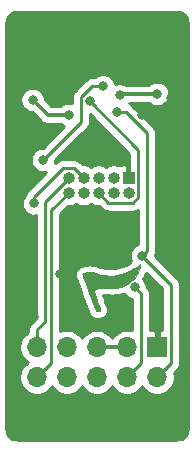
<source format=gbr>
%TF.GenerationSoftware,KiCad,Pcbnew,5.1.10*%
%TF.CreationDate,2021-08-08T15:42:29+02:00*%
%TF.ProjectId,debugconn,64656275-6763-46f6-9e6e-2e6b69636164,rev?*%
%TF.SameCoordinates,Original*%
%TF.FileFunction,Copper,L2,Bot*%
%TF.FilePolarity,Positive*%
%FSLAX46Y46*%
G04 Gerber Fmt 4.6, Leading zero omitted, Abs format (unit mm)*
G04 Created by KiCad (PCBNEW 5.1.10) date 2021-08-08 15:42:29*
%MOMM*%
%LPD*%
G01*
G04 APERTURE LIST*
%TA.AperFunction,EtchedComponent*%
%ADD10C,0.010000*%
%TD*%
%TA.AperFunction,ComponentPad*%
%ADD11O,1.000000X1.000000*%
%TD*%
%TA.AperFunction,ComponentPad*%
%ADD12R,1.000000X1.000000*%
%TD*%
%TA.AperFunction,ComponentPad*%
%ADD13O,1.700000X1.700000*%
%TD*%
%TA.AperFunction,ComponentPad*%
%ADD14R,1.700000X1.700000*%
%TD*%
%TA.AperFunction,ViaPad*%
%ADD15C,0.800000*%
%TD*%
%TA.AperFunction,Conductor*%
%ADD16C,0.250000*%
%TD*%
%TA.AperFunction,Conductor*%
%ADD17C,0.300000*%
%TD*%
%TA.AperFunction,Conductor*%
%ADD18C,0.254000*%
%TD*%
%TA.AperFunction,Conductor*%
%ADD19C,0.100000*%
%TD*%
G04 APERTURE END LIST*
D10*
%TO.C,G1*%
G36*
X159001608Y-82937316D02*
G01*
X158803426Y-83085447D01*
X158580094Y-83236009D01*
X158353260Y-83375088D01*
X158144573Y-83488768D01*
X158140729Y-83490689D01*
X157811180Y-83638138D01*
X157492889Y-83743181D01*
X157169117Y-83809690D01*
X156823123Y-83841532D01*
X156605111Y-83845638D01*
X156375853Y-83840776D01*
X156174647Y-83826146D01*
X155983774Y-83798886D01*
X155785519Y-83756133D01*
X155562165Y-83695024D01*
X155435172Y-83656577D01*
X155270095Y-83607231D01*
X155141427Y-83574120D01*
X155032537Y-83554167D01*
X154926798Y-83544294D01*
X154813000Y-83541444D01*
X154669648Y-83544305D01*
X154560275Y-83556707D01*
X154462733Y-83582222D01*
X154390053Y-83609623D01*
X154301635Y-83651539D01*
X154237654Y-83692552D01*
X154213284Y-83721224D01*
X154221231Y-83754812D01*
X154246868Y-83836613D01*
X154288526Y-83961816D01*
X154344535Y-84125615D01*
X154413224Y-84323199D01*
X154492925Y-84549762D01*
X154581966Y-84800494D01*
X154678677Y-85070588D01*
X154767106Y-85315778D01*
X155328748Y-86868000D01*
X155480096Y-86872390D01*
X155575535Y-86872457D01*
X155653123Y-86867805D01*
X155680833Y-86863265D01*
X155722739Y-86834766D01*
X155730222Y-86813698D01*
X155721502Y-86778928D01*
X155696793Y-86697468D01*
X155658276Y-86576065D01*
X155608129Y-86421471D01*
X155548531Y-86240434D01*
X155481661Y-86039704D01*
X155447316Y-85937435D01*
X155365646Y-85697023D01*
X155300429Y-85504668D01*
X155252182Y-85354280D01*
X155221424Y-85239765D01*
X155208670Y-85155034D01*
X155214440Y-85093995D01*
X155239251Y-85050556D01*
X155283621Y-85018627D01*
X155348067Y-84992115D01*
X155433107Y-84964930D01*
X155532667Y-84933191D01*
X155660105Y-84891968D01*
X155753723Y-84867360D01*
X155832794Y-84856823D01*
X155916593Y-84857815D01*
X156024392Y-84867792D01*
X156026556Y-84868025D01*
X156139929Y-84876932D01*
X156291666Y-84884155D01*
X156463698Y-84889056D01*
X156637952Y-84890996D01*
X156675667Y-84890959D01*
X156922381Y-84884619D01*
X157131042Y-84864989D01*
X157319235Y-84828301D01*
X157504543Y-84770785D01*
X157704550Y-84688673D01*
X157779175Y-84654412D01*
X158031130Y-84522919D01*
X158246684Y-84378347D01*
X158445869Y-84206373D01*
X158543333Y-84108005D01*
X158691736Y-83930199D01*
X158825794Y-83728590D01*
X158938586Y-83516715D01*
X159023188Y-83308113D01*
X159072678Y-83116323D01*
X159080218Y-83058000D01*
X159097993Y-82860444D01*
X159001608Y-82937316D01*
G37*
X159001608Y-82937316D02*
X158803426Y-83085447D01*
X158580094Y-83236009D01*
X158353260Y-83375088D01*
X158144573Y-83488768D01*
X158140729Y-83490689D01*
X157811180Y-83638138D01*
X157492889Y-83743181D01*
X157169117Y-83809690D01*
X156823123Y-83841532D01*
X156605111Y-83845638D01*
X156375853Y-83840776D01*
X156174647Y-83826146D01*
X155983774Y-83798886D01*
X155785519Y-83756133D01*
X155562165Y-83695024D01*
X155435172Y-83656577D01*
X155270095Y-83607231D01*
X155141427Y-83574120D01*
X155032537Y-83554167D01*
X154926798Y-83544294D01*
X154813000Y-83541444D01*
X154669648Y-83544305D01*
X154560275Y-83556707D01*
X154462733Y-83582222D01*
X154390053Y-83609623D01*
X154301635Y-83651539D01*
X154237654Y-83692552D01*
X154213284Y-83721224D01*
X154221231Y-83754812D01*
X154246868Y-83836613D01*
X154288526Y-83961816D01*
X154344535Y-84125615D01*
X154413224Y-84323199D01*
X154492925Y-84549762D01*
X154581966Y-84800494D01*
X154678677Y-85070588D01*
X154767106Y-85315778D01*
X155328748Y-86868000D01*
X155480096Y-86872390D01*
X155575535Y-86872457D01*
X155653123Y-86867805D01*
X155680833Y-86863265D01*
X155722739Y-86834766D01*
X155730222Y-86813698D01*
X155721502Y-86778928D01*
X155696793Y-86697468D01*
X155658276Y-86576065D01*
X155608129Y-86421471D01*
X155548531Y-86240434D01*
X155481661Y-86039704D01*
X155447316Y-85937435D01*
X155365646Y-85697023D01*
X155300429Y-85504668D01*
X155252182Y-85354280D01*
X155221424Y-85239765D01*
X155208670Y-85155034D01*
X155214440Y-85093995D01*
X155239251Y-85050556D01*
X155283621Y-85018627D01*
X155348067Y-84992115D01*
X155433107Y-84964930D01*
X155532667Y-84933191D01*
X155660105Y-84891968D01*
X155753723Y-84867360D01*
X155832794Y-84856823D01*
X155916593Y-84857815D01*
X156024392Y-84867792D01*
X156026556Y-84868025D01*
X156139929Y-84876932D01*
X156291666Y-84884155D01*
X156463698Y-84889056D01*
X156637952Y-84890996D01*
X156675667Y-84890959D01*
X156922381Y-84884619D01*
X157131042Y-84864989D01*
X157319235Y-84828301D01*
X157504543Y-84770785D01*
X157704550Y-84688673D01*
X157779175Y-84654412D01*
X158031130Y-84522919D01*
X158246684Y-84378347D01*
X158445869Y-84206373D01*
X158543333Y-84108005D01*
X158691736Y-83930199D01*
X158825794Y-83728590D01*
X158938586Y-83516715D01*
X159023188Y-83308113D01*
X159072678Y-83116323D01*
X159080218Y-83058000D01*
X159097993Y-82860444D01*
X159001608Y-82937316D01*
%TD*%
D11*
%TO.P,J2,10*%
%TO.N,/~RESET~*%
X153035000Y-76835000D03*
%TO.P,J2,9*%
%TO.N,/UNK2_GNDdetect*%
X153035000Y-75565000D03*
%TO.P,J2,8*%
%TO.N,/TDI*%
X154305000Y-76835000D03*
%TO.P,J2,7*%
%TO.N,/UNK1_KEY*%
X154305000Y-75565000D03*
%TO.P,J2,6*%
%TO.N,/SWO_TDO*%
X155575000Y-76835000D03*
%TO.P,J2,5*%
%TO.N,/GND*%
X155575000Y-75565000D03*
%TO.P,J2,4*%
%TO.N,/SWCLK_TCK*%
X156845000Y-76835000D03*
%TO.P,J2,3*%
%TO.N,/GND*%
X156845000Y-75565000D03*
%TO.P,J2,2*%
%TO.N,/SWDIO_TMS*%
X158115000Y-76835000D03*
D12*
%TO.P,J2,1*%
%TO.N,/VCC*%
X158115000Y-75565000D03*
%TD*%
D13*
%TO.P,J1,10*%
%TO.N,/~RESET~*%
X150368000Y-92456000D03*
%TO.P,J1,9*%
%TO.N,/UNK2_GNDdetect*%
X150368000Y-89916000D03*
%TO.P,J1,8*%
%TO.N,/TDI*%
X152908000Y-92456000D03*
%TO.P,J1,7*%
%TO.N,/UNK1_KEY*%
X152908000Y-89916000D03*
%TO.P,J1,6*%
%TO.N,/SWO_TDO*%
X155448000Y-92456000D03*
%TO.P,J1,5*%
%TO.N,/GND*%
X155448000Y-89916000D03*
%TO.P,J1,4*%
%TO.N,/SWCLK_TCK*%
X157988000Y-92456000D03*
%TO.P,J1,3*%
%TO.N,/GND*%
X157988000Y-89916000D03*
%TO.P,J1,2*%
%TO.N,/SWDIO_TMS*%
X160528000Y-92456000D03*
D14*
%TO.P,J1,1*%
%TO.N,/VCC*%
X160528000Y-89916000D03*
%TD*%
D15*
%TO.N,/VCC*%
X152273000Y-83693000D03*
%TO.N,/GND*%
X157353000Y-68580000D03*
%TO.N,/SWDIO_TMS*%
X157099000Y-69977000D03*
%TO.N,/TDI*%
X150876000Y-74041000D03*
X155956000Y-67818000D03*
%TO.N,/UNK1_KEY*%
X150114000Y-77724000D03*
%TO.N,/SWO_TDO*%
X154813000Y-69088000D03*
%TO.N,/GND*%
X160528000Y-68453000D03*
X149987000Y-68961000D03*
%TO.N,/SWDIO_TMS*%
X159258000Y-82169000D03*
%TO.N,/VCC*%
X161671000Y-68834000D03*
X159258000Y-70231000D03*
%TO.N,/SWCLK_TCK*%
X158623000Y-84836000D03*
%TO.N,/VCC*%
X160147000Y-84836000D03*
X161798000Y-82296000D03*
X150114000Y-87376000D03*
%TO.N,/GND*%
X153035000Y-70231000D03*
%TD*%
D16*
%TO.N,/~RESET~*%
X153035000Y-76835000D02*
X151543001Y-78326999D01*
X151543001Y-91280999D02*
X151543001Y-78326999D01*
X150368000Y-92456000D02*
X151543001Y-91280999D01*
%TO.N,/UNK2_GNDdetect*%
X151003000Y-87757000D02*
X151003000Y-77597000D01*
X150368000Y-88392000D02*
X151003000Y-87757000D01*
X150368000Y-89916000D02*
X150368000Y-88392000D01*
X151003000Y-77597000D02*
X153035000Y-75565000D01*
%TO.N,/TDI*%
X154305000Y-76835000D02*
X154083001Y-77056999D01*
X153633001Y-71283999D02*
X150876000Y-74041000D01*
X155009998Y-67818000D02*
X155956000Y-67818000D01*
X154087999Y-68739999D02*
X155009998Y-67818000D01*
X154087999Y-70829001D02*
X154087999Y-68739999D01*
X153633001Y-71283999D02*
X154087999Y-70829001D01*
%TO.N,/UNK1_KEY*%
X153479999Y-74739999D02*
X154305000Y-75565000D01*
X152532316Y-74739999D02*
X153479999Y-74739999D01*
X150114000Y-77158315D02*
X152532316Y-74739999D01*
X150114000Y-77724000D02*
X150114000Y-77158315D01*
%TO.N,/SWO_TDO*%
X158940001Y-77231001D02*
X158940001Y-73215001D01*
X158511001Y-77660001D02*
X158940001Y-77231001D01*
X156400001Y-77660001D02*
X158511001Y-77660001D01*
X155575000Y-76835000D02*
X156400001Y-77660001D01*
X158940001Y-73215001D02*
X154813000Y-69088000D01*
X154813000Y-69088000D02*
X154813000Y-69088000D01*
D17*
%TO.N,/GND*%
X157988000Y-89916000D02*
X155448000Y-89916000D01*
D16*
%TO.N,/SWDIO_TMS*%
X159657999Y-81769001D02*
X159258000Y-82169000D01*
X159657999Y-71773999D02*
X159657999Y-81769001D01*
X157861000Y-69977000D02*
X159657999Y-71773999D01*
X157099000Y-69977000D02*
X157861000Y-69977000D01*
%TO.N,/SWCLK_TCK*%
X159163001Y-85376001D02*
X158623000Y-84836000D01*
X159163001Y-91280999D02*
X159163001Y-85376001D01*
X157988000Y-92456000D02*
X159163001Y-91280999D01*
%TO.N,/SWDIO_TMS*%
X161703001Y-84614001D02*
X159258000Y-82169000D01*
X161703001Y-91280999D02*
X161703001Y-84614001D01*
X160528000Y-92456000D02*
X161703001Y-91280999D01*
D17*
%TO.N,/GND*%
X157480000Y-68453000D02*
X157353000Y-68580000D01*
X160528000Y-68453000D02*
X157480000Y-68453000D01*
X151257000Y-70231000D02*
X149987000Y-68961000D01*
X153035000Y-70231000D02*
X151257000Y-70231000D01*
%TD*%
D18*
%TO.N,/VCC*%
X162226858Y-61538576D02*
X162236717Y-61539612D01*
X162463445Y-61561842D01*
X162614895Y-61607568D01*
X162754578Y-61681838D01*
X162877173Y-61781824D01*
X162978013Y-61903720D01*
X163053259Y-62042885D01*
X163100039Y-62194004D01*
X163123852Y-62420575D01*
X163128520Y-62443317D01*
X163134006Y-62497327D01*
X163145000Y-62533289D01*
X163145001Y-96725052D01*
X163124424Y-96821858D01*
X163123388Y-96831717D01*
X163101157Y-97058449D01*
X163055433Y-97209893D01*
X162981163Y-97349575D01*
X162881175Y-97472174D01*
X162759280Y-97573014D01*
X162620116Y-97648259D01*
X162468996Y-97695039D01*
X162242424Y-97718852D01*
X162219681Y-97723521D01*
X162165673Y-97729006D01*
X162129711Y-97740000D01*
X148765943Y-97740000D01*
X148669142Y-97719424D01*
X148659283Y-97718388D01*
X148432551Y-97696157D01*
X148281107Y-97650433D01*
X148141425Y-97576163D01*
X148018826Y-97476175D01*
X147917986Y-97354280D01*
X147842741Y-97215116D01*
X147795961Y-97063996D01*
X147772148Y-96837424D01*
X147767479Y-96814681D01*
X147761994Y-96760673D01*
X147751000Y-96724711D01*
X147751000Y-89769740D01*
X148883000Y-89769740D01*
X148883000Y-90062260D01*
X148940068Y-90349158D01*
X149052010Y-90619411D01*
X149214525Y-90862632D01*
X149421368Y-91069475D01*
X149595760Y-91186000D01*
X149421368Y-91302525D01*
X149214525Y-91509368D01*
X149052010Y-91752589D01*
X148940068Y-92022842D01*
X148883000Y-92309740D01*
X148883000Y-92602260D01*
X148940068Y-92889158D01*
X149052010Y-93159411D01*
X149214525Y-93402632D01*
X149421368Y-93609475D01*
X149664589Y-93771990D01*
X149934842Y-93883932D01*
X150221740Y-93941000D01*
X150514260Y-93941000D01*
X150801158Y-93883932D01*
X151071411Y-93771990D01*
X151314632Y-93609475D01*
X151521475Y-93402632D01*
X151638000Y-93228240D01*
X151754525Y-93402632D01*
X151961368Y-93609475D01*
X152204589Y-93771990D01*
X152474842Y-93883932D01*
X152761740Y-93941000D01*
X153054260Y-93941000D01*
X153341158Y-93883932D01*
X153611411Y-93771990D01*
X153854632Y-93609475D01*
X154061475Y-93402632D01*
X154178000Y-93228240D01*
X154294525Y-93402632D01*
X154501368Y-93609475D01*
X154744589Y-93771990D01*
X155014842Y-93883932D01*
X155301740Y-93941000D01*
X155594260Y-93941000D01*
X155881158Y-93883932D01*
X156151411Y-93771990D01*
X156394632Y-93609475D01*
X156601475Y-93402632D01*
X156718000Y-93228240D01*
X156834525Y-93402632D01*
X157041368Y-93609475D01*
X157284589Y-93771990D01*
X157554842Y-93883932D01*
X157841740Y-93941000D01*
X158134260Y-93941000D01*
X158421158Y-93883932D01*
X158691411Y-93771990D01*
X158934632Y-93609475D01*
X159141475Y-93402632D01*
X159258000Y-93228240D01*
X159374525Y-93402632D01*
X159581368Y-93609475D01*
X159824589Y-93771990D01*
X160094842Y-93883932D01*
X160381740Y-93941000D01*
X160674260Y-93941000D01*
X160961158Y-93883932D01*
X161231411Y-93771990D01*
X161474632Y-93609475D01*
X161681475Y-93402632D01*
X161843990Y-93159411D01*
X161955932Y-92889158D01*
X162013000Y-92602260D01*
X162013000Y-92309740D01*
X161969210Y-92089592D01*
X162214005Y-91844797D01*
X162243002Y-91821000D01*
X162337975Y-91705275D01*
X162408547Y-91573246D01*
X162452004Y-91429985D01*
X162463001Y-91318332D01*
X162463001Y-91318323D01*
X162466677Y-91281000D01*
X162463001Y-91243677D01*
X162463001Y-84651334D01*
X162466678Y-84614001D01*
X162457473Y-84520537D01*
X162452004Y-84465015D01*
X162408547Y-84321754D01*
X162337975Y-84189725D01*
X162243002Y-84074000D01*
X162214004Y-84050202D01*
X160315303Y-82151502D01*
X160363545Y-82061248D01*
X160407002Y-81917987D01*
X160417999Y-81806334D01*
X160417999Y-81806324D01*
X160421675Y-81769002D01*
X160417999Y-81731679D01*
X160417999Y-71811321D01*
X160421675Y-71773998D01*
X160417999Y-71736675D01*
X160417999Y-71736666D01*
X160407002Y-71625013D01*
X160363545Y-71481752D01*
X160292973Y-71349723D01*
X160198000Y-71233998D01*
X160169003Y-71210201D01*
X158424804Y-69466003D01*
X158401001Y-69436999D01*
X158285276Y-69342026D01*
X158153247Y-69271454D01*
X158131771Y-69264940D01*
X158156937Y-69239774D01*
X158158122Y-69238000D01*
X159849289Y-69238000D01*
X159868226Y-69256937D01*
X160037744Y-69370205D01*
X160226102Y-69448226D01*
X160426061Y-69488000D01*
X160629939Y-69488000D01*
X160829898Y-69448226D01*
X161018256Y-69370205D01*
X161187774Y-69256937D01*
X161331937Y-69112774D01*
X161445205Y-68943256D01*
X161523226Y-68754898D01*
X161563000Y-68554939D01*
X161563000Y-68351061D01*
X161523226Y-68151102D01*
X161445205Y-67962744D01*
X161331937Y-67793226D01*
X161187774Y-67649063D01*
X161018256Y-67535795D01*
X160829898Y-67457774D01*
X160629939Y-67418000D01*
X160426061Y-67418000D01*
X160226102Y-67457774D01*
X160037744Y-67535795D01*
X159868226Y-67649063D01*
X159849289Y-67668000D01*
X157851046Y-67668000D01*
X157843256Y-67662795D01*
X157654898Y-67584774D01*
X157454939Y-67545000D01*
X157251061Y-67545000D01*
X157051102Y-67584774D01*
X156971448Y-67617768D01*
X156951226Y-67516102D01*
X156873205Y-67327744D01*
X156759937Y-67158226D01*
X156615774Y-67014063D01*
X156446256Y-66900795D01*
X156257898Y-66822774D01*
X156057939Y-66783000D01*
X155854061Y-66783000D01*
X155654102Y-66822774D01*
X155465744Y-66900795D01*
X155296226Y-67014063D01*
X155252289Y-67058000D01*
X155047320Y-67058000D01*
X155009997Y-67054324D01*
X154972674Y-67058000D01*
X154972665Y-67058000D01*
X154861012Y-67068997D01*
X154717751Y-67112454D01*
X154585722Y-67183026D01*
X154585720Y-67183027D01*
X154585721Y-67183027D01*
X154498994Y-67254201D01*
X154498990Y-67254205D01*
X154469997Y-67277999D01*
X154446203Y-67306992D01*
X153576997Y-68176200D01*
X153547999Y-68199998D01*
X153524201Y-68228996D01*
X153524200Y-68228997D01*
X153453025Y-68315723D01*
X153382453Y-68447753D01*
X153359264Y-68524201D01*
X153338997Y-68591013D01*
X153328000Y-68702666D01*
X153324323Y-68739999D01*
X153328000Y-68777331D01*
X153328000Y-69234004D01*
X153136939Y-69196000D01*
X152933061Y-69196000D01*
X152733102Y-69235774D01*
X152544744Y-69313795D01*
X152375226Y-69427063D01*
X152356289Y-69446000D01*
X151582158Y-69446000D01*
X151022000Y-68885843D01*
X151022000Y-68859061D01*
X150982226Y-68659102D01*
X150904205Y-68470744D01*
X150790937Y-68301226D01*
X150646774Y-68157063D01*
X150477256Y-68043795D01*
X150288898Y-67965774D01*
X150088939Y-67926000D01*
X149885061Y-67926000D01*
X149685102Y-67965774D01*
X149496744Y-68043795D01*
X149327226Y-68157063D01*
X149183063Y-68301226D01*
X149069795Y-68470744D01*
X148991774Y-68659102D01*
X148952000Y-68859061D01*
X148952000Y-69062939D01*
X148991774Y-69262898D01*
X149069795Y-69451256D01*
X149183063Y-69620774D01*
X149327226Y-69764937D01*
X149496744Y-69878205D01*
X149685102Y-69956226D01*
X149885061Y-69996000D01*
X149911843Y-69996000D01*
X150674658Y-70758815D01*
X150699236Y-70788764D01*
X150729184Y-70813342D01*
X150729187Y-70813345D01*
X150748265Y-70829002D01*
X150818767Y-70886862D01*
X150955140Y-70959754D01*
X151060627Y-70991753D01*
X151103112Y-71004641D01*
X151117490Y-71006057D01*
X151218439Y-71016000D01*
X151218446Y-71016000D01*
X151256999Y-71019797D01*
X151295552Y-71016000D01*
X152356289Y-71016000D01*
X152375226Y-71034937D01*
X152544744Y-71148205D01*
X152650279Y-71191919D01*
X150836199Y-73006000D01*
X150774061Y-73006000D01*
X150574102Y-73045774D01*
X150385744Y-73123795D01*
X150216226Y-73237063D01*
X150072063Y-73381226D01*
X149958795Y-73550744D01*
X149880774Y-73739102D01*
X149841000Y-73939061D01*
X149841000Y-74142939D01*
X149880774Y-74342898D01*
X149958795Y-74531256D01*
X150072063Y-74700774D01*
X150216226Y-74844937D01*
X150385744Y-74958205D01*
X150574102Y-75036226D01*
X150774061Y-75076000D01*
X150977939Y-75076000D01*
X151157163Y-75040350D01*
X149602998Y-76594516D01*
X149574000Y-76618314D01*
X149550202Y-76647312D01*
X149550201Y-76647313D01*
X149479026Y-76734039D01*
X149440174Y-76806725D01*
X149408454Y-76866068D01*
X149365013Y-77009276D01*
X149310063Y-77064226D01*
X149196795Y-77233744D01*
X149118774Y-77422102D01*
X149079000Y-77622061D01*
X149079000Y-77825939D01*
X149118774Y-78025898D01*
X149196795Y-78214256D01*
X149310063Y-78383774D01*
X149454226Y-78527937D01*
X149623744Y-78641205D01*
X149812102Y-78719226D01*
X150012061Y-78759000D01*
X150215939Y-78759000D01*
X150243001Y-78753617D01*
X150243000Y-87442198D01*
X149856998Y-87828201D01*
X149828000Y-87851999D01*
X149804202Y-87880997D01*
X149804201Y-87880998D01*
X149733026Y-87967724D01*
X149662454Y-88099754D01*
X149618998Y-88243015D01*
X149604324Y-88392000D01*
X149608001Y-88429332D01*
X149608001Y-88637821D01*
X149421368Y-88762525D01*
X149214525Y-88969368D01*
X149052010Y-89212589D01*
X148940068Y-89482842D01*
X148883000Y-89769740D01*
X147751000Y-89769740D01*
X147751000Y-62532944D01*
X147771576Y-62436142D01*
X147772612Y-62426283D01*
X147794842Y-62199555D01*
X147840568Y-62048105D01*
X147914838Y-61908422D01*
X148014824Y-61785827D01*
X148136720Y-61684987D01*
X148275885Y-61609741D01*
X148427004Y-61562961D01*
X148653575Y-61539148D01*
X148676317Y-61534480D01*
X148730327Y-61528994D01*
X148766289Y-61518000D01*
X162130056Y-61518000D01*
X162226858Y-61538576D01*
%TA.AperFunction,Conductor*%
D19*
G36*
X162226858Y-61538576D02*
G01*
X162236717Y-61539612D01*
X162463445Y-61561842D01*
X162614895Y-61607568D01*
X162754578Y-61681838D01*
X162877173Y-61781824D01*
X162978013Y-61903720D01*
X163053259Y-62042885D01*
X163100039Y-62194004D01*
X163123852Y-62420575D01*
X163128520Y-62443317D01*
X163134006Y-62497327D01*
X163145000Y-62533289D01*
X163145001Y-96725052D01*
X163124424Y-96821858D01*
X163123388Y-96831717D01*
X163101157Y-97058449D01*
X163055433Y-97209893D01*
X162981163Y-97349575D01*
X162881175Y-97472174D01*
X162759280Y-97573014D01*
X162620116Y-97648259D01*
X162468996Y-97695039D01*
X162242424Y-97718852D01*
X162219681Y-97723521D01*
X162165673Y-97729006D01*
X162129711Y-97740000D01*
X148765943Y-97740000D01*
X148669142Y-97719424D01*
X148659283Y-97718388D01*
X148432551Y-97696157D01*
X148281107Y-97650433D01*
X148141425Y-97576163D01*
X148018826Y-97476175D01*
X147917986Y-97354280D01*
X147842741Y-97215116D01*
X147795961Y-97063996D01*
X147772148Y-96837424D01*
X147767479Y-96814681D01*
X147761994Y-96760673D01*
X147751000Y-96724711D01*
X147751000Y-89769740D01*
X148883000Y-89769740D01*
X148883000Y-90062260D01*
X148940068Y-90349158D01*
X149052010Y-90619411D01*
X149214525Y-90862632D01*
X149421368Y-91069475D01*
X149595760Y-91186000D01*
X149421368Y-91302525D01*
X149214525Y-91509368D01*
X149052010Y-91752589D01*
X148940068Y-92022842D01*
X148883000Y-92309740D01*
X148883000Y-92602260D01*
X148940068Y-92889158D01*
X149052010Y-93159411D01*
X149214525Y-93402632D01*
X149421368Y-93609475D01*
X149664589Y-93771990D01*
X149934842Y-93883932D01*
X150221740Y-93941000D01*
X150514260Y-93941000D01*
X150801158Y-93883932D01*
X151071411Y-93771990D01*
X151314632Y-93609475D01*
X151521475Y-93402632D01*
X151638000Y-93228240D01*
X151754525Y-93402632D01*
X151961368Y-93609475D01*
X152204589Y-93771990D01*
X152474842Y-93883932D01*
X152761740Y-93941000D01*
X153054260Y-93941000D01*
X153341158Y-93883932D01*
X153611411Y-93771990D01*
X153854632Y-93609475D01*
X154061475Y-93402632D01*
X154178000Y-93228240D01*
X154294525Y-93402632D01*
X154501368Y-93609475D01*
X154744589Y-93771990D01*
X155014842Y-93883932D01*
X155301740Y-93941000D01*
X155594260Y-93941000D01*
X155881158Y-93883932D01*
X156151411Y-93771990D01*
X156394632Y-93609475D01*
X156601475Y-93402632D01*
X156718000Y-93228240D01*
X156834525Y-93402632D01*
X157041368Y-93609475D01*
X157284589Y-93771990D01*
X157554842Y-93883932D01*
X157841740Y-93941000D01*
X158134260Y-93941000D01*
X158421158Y-93883932D01*
X158691411Y-93771990D01*
X158934632Y-93609475D01*
X159141475Y-93402632D01*
X159258000Y-93228240D01*
X159374525Y-93402632D01*
X159581368Y-93609475D01*
X159824589Y-93771990D01*
X160094842Y-93883932D01*
X160381740Y-93941000D01*
X160674260Y-93941000D01*
X160961158Y-93883932D01*
X161231411Y-93771990D01*
X161474632Y-93609475D01*
X161681475Y-93402632D01*
X161843990Y-93159411D01*
X161955932Y-92889158D01*
X162013000Y-92602260D01*
X162013000Y-92309740D01*
X161969210Y-92089592D01*
X162214005Y-91844797D01*
X162243002Y-91821000D01*
X162337975Y-91705275D01*
X162408547Y-91573246D01*
X162452004Y-91429985D01*
X162463001Y-91318332D01*
X162463001Y-91318323D01*
X162466677Y-91281000D01*
X162463001Y-91243677D01*
X162463001Y-84651334D01*
X162466678Y-84614001D01*
X162457473Y-84520537D01*
X162452004Y-84465015D01*
X162408547Y-84321754D01*
X162337975Y-84189725D01*
X162243002Y-84074000D01*
X162214004Y-84050202D01*
X160315303Y-82151502D01*
X160363545Y-82061248D01*
X160407002Y-81917987D01*
X160417999Y-81806334D01*
X160417999Y-81806324D01*
X160421675Y-81769002D01*
X160417999Y-81731679D01*
X160417999Y-71811321D01*
X160421675Y-71773998D01*
X160417999Y-71736675D01*
X160417999Y-71736666D01*
X160407002Y-71625013D01*
X160363545Y-71481752D01*
X160292973Y-71349723D01*
X160198000Y-71233998D01*
X160169003Y-71210201D01*
X158424804Y-69466003D01*
X158401001Y-69436999D01*
X158285276Y-69342026D01*
X158153247Y-69271454D01*
X158131771Y-69264940D01*
X158156937Y-69239774D01*
X158158122Y-69238000D01*
X159849289Y-69238000D01*
X159868226Y-69256937D01*
X160037744Y-69370205D01*
X160226102Y-69448226D01*
X160426061Y-69488000D01*
X160629939Y-69488000D01*
X160829898Y-69448226D01*
X161018256Y-69370205D01*
X161187774Y-69256937D01*
X161331937Y-69112774D01*
X161445205Y-68943256D01*
X161523226Y-68754898D01*
X161563000Y-68554939D01*
X161563000Y-68351061D01*
X161523226Y-68151102D01*
X161445205Y-67962744D01*
X161331937Y-67793226D01*
X161187774Y-67649063D01*
X161018256Y-67535795D01*
X160829898Y-67457774D01*
X160629939Y-67418000D01*
X160426061Y-67418000D01*
X160226102Y-67457774D01*
X160037744Y-67535795D01*
X159868226Y-67649063D01*
X159849289Y-67668000D01*
X157851046Y-67668000D01*
X157843256Y-67662795D01*
X157654898Y-67584774D01*
X157454939Y-67545000D01*
X157251061Y-67545000D01*
X157051102Y-67584774D01*
X156971448Y-67617768D01*
X156951226Y-67516102D01*
X156873205Y-67327744D01*
X156759937Y-67158226D01*
X156615774Y-67014063D01*
X156446256Y-66900795D01*
X156257898Y-66822774D01*
X156057939Y-66783000D01*
X155854061Y-66783000D01*
X155654102Y-66822774D01*
X155465744Y-66900795D01*
X155296226Y-67014063D01*
X155252289Y-67058000D01*
X155047320Y-67058000D01*
X155009997Y-67054324D01*
X154972674Y-67058000D01*
X154972665Y-67058000D01*
X154861012Y-67068997D01*
X154717751Y-67112454D01*
X154585722Y-67183026D01*
X154585720Y-67183027D01*
X154585721Y-67183027D01*
X154498994Y-67254201D01*
X154498990Y-67254205D01*
X154469997Y-67277999D01*
X154446203Y-67306992D01*
X153576997Y-68176200D01*
X153547999Y-68199998D01*
X153524201Y-68228996D01*
X153524200Y-68228997D01*
X153453025Y-68315723D01*
X153382453Y-68447753D01*
X153359264Y-68524201D01*
X153338997Y-68591013D01*
X153328000Y-68702666D01*
X153324323Y-68739999D01*
X153328000Y-68777331D01*
X153328000Y-69234004D01*
X153136939Y-69196000D01*
X152933061Y-69196000D01*
X152733102Y-69235774D01*
X152544744Y-69313795D01*
X152375226Y-69427063D01*
X152356289Y-69446000D01*
X151582158Y-69446000D01*
X151022000Y-68885843D01*
X151022000Y-68859061D01*
X150982226Y-68659102D01*
X150904205Y-68470744D01*
X150790937Y-68301226D01*
X150646774Y-68157063D01*
X150477256Y-68043795D01*
X150288898Y-67965774D01*
X150088939Y-67926000D01*
X149885061Y-67926000D01*
X149685102Y-67965774D01*
X149496744Y-68043795D01*
X149327226Y-68157063D01*
X149183063Y-68301226D01*
X149069795Y-68470744D01*
X148991774Y-68659102D01*
X148952000Y-68859061D01*
X148952000Y-69062939D01*
X148991774Y-69262898D01*
X149069795Y-69451256D01*
X149183063Y-69620774D01*
X149327226Y-69764937D01*
X149496744Y-69878205D01*
X149685102Y-69956226D01*
X149885061Y-69996000D01*
X149911843Y-69996000D01*
X150674658Y-70758815D01*
X150699236Y-70788764D01*
X150729184Y-70813342D01*
X150729187Y-70813345D01*
X150748265Y-70829002D01*
X150818767Y-70886862D01*
X150955140Y-70959754D01*
X151060627Y-70991753D01*
X151103112Y-71004641D01*
X151117490Y-71006057D01*
X151218439Y-71016000D01*
X151218446Y-71016000D01*
X151256999Y-71019797D01*
X151295552Y-71016000D01*
X152356289Y-71016000D01*
X152375226Y-71034937D01*
X152544744Y-71148205D01*
X152650279Y-71191919D01*
X150836199Y-73006000D01*
X150774061Y-73006000D01*
X150574102Y-73045774D01*
X150385744Y-73123795D01*
X150216226Y-73237063D01*
X150072063Y-73381226D01*
X149958795Y-73550744D01*
X149880774Y-73739102D01*
X149841000Y-73939061D01*
X149841000Y-74142939D01*
X149880774Y-74342898D01*
X149958795Y-74531256D01*
X150072063Y-74700774D01*
X150216226Y-74844937D01*
X150385744Y-74958205D01*
X150574102Y-75036226D01*
X150774061Y-75076000D01*
X150977939Y-75076000D01*
X151157163Y-75040350D01*
X149602998Y-76594516D01*
X149574000Y-76618314D01*
X149550202Y-76647312D01*
X149550201Y-76647313D01*
X149479026Y-76734039D01*
X149440174Y-76806725D01*
X149408454Y-76866068D01*
X149365013Y-77009276D01*
X149310063Y-77064226D01*
X149196795Y-77233744D01*
X149118774Y-77422102D01*
X149079000Y-77622061D01*
X149079000Y-77825939D01*
X149118774Y-78025898D01*
X149196795Y-78214256D01*
X149310063Y-78383774D01*
X149454226Y-78527937D01*
X149623744Y-78641205D01*
X149812102Y-78719226D01*
X150012061Y-78759000D01*
X150215939Y-78759000D01*
X150243001Y-78753617D01*
X150243000Y-87442198D01*
X149856998Y-87828201D01*
X149828000Y-87851999D01*
X149804202Y-87880997D01*
X149804201Y-87880998D01*
X149733026Y-87967724D01*
X149662454Y-88099754D01*
X149618998Y-88243015D01*
X149604324Y-88392000D01*
X149608001Y-88429332D01*
X149608001Y-88637821D01*
X149421368Y-88762525D01*
X149214525Y-88969368D01*
X149052010Y-89212589D01*
X148940068Y-89482842D01*
X148883000Y-89769740D01*
X147751000Y-89769740D01*
X147751000Y-62532944D01*
X147771576Y-62436142D01*
X147772612Y-62426283D01*
X147794842Y-62199555D01*
X147840568Y-62048105D01*
X147914838Y-61908422D01*
X148014824Y-61785827D01*
X148136720Y-61684987D01*
X148275885Y-61609741D01*
X148427004Y-61562961D01*
X148653575Y-61539148D01*
X148676317Y-61534480D01*
X148730327Y-61528994D01*
X148766289Y-61518000D01*
X162130056Y-61518000D01*
X162226858Y-61538576D01*
G37*
%TD.AperFunction*%
D18*
X160943002Y-84928804D02*
X160943001Y-88430296D01*
X160813750Y-88431000D01*
X160655000Y-88589750D01*
X160655000Y-89789000D01*
X160675000Y-89789000D01*
X160675000Y-90043000D01*
X160655000Y-90043000D01*
X160655000Y-90063000D01*
X160401000Y-90063000D01*
X160401000Y-90043000D01*
X160381000Y-90043000D01*
X160381000Y-89789000D01*
X160401000Y-89789000D01*
X160401000Y-88589750D01*
X160242250Y-88431000D01*
X159923001Y-88429262D01*
X159923001Y-85413326D01*
X159926677Y-85376001D01*
X159923001Y-85338676D01*
X159923001Y-85338668D01*
X159912004Y-85227015D01*
X159868547Y-85083754D01*
X159797975Y-84951725D01*
X159703002Y-84836000D01*
X159674003Y-84812201D01*
X159658000Y-84796198D01*
X159658000Y-84734061D01*
X159618226Y-84534102D01*
X159540205Y-84345744D01*
X159426937Y-84176226D01*
X159348722Y-84098011D01*
X159358730Y-84082961D01*
X159371320Y-84059303D01*
X159386476Y-84037193D01*
X159390730Y-84029335D01*
X159503522Y-83817460D01*
X159514512Y-83790833D01*
X159528250Y-83765506D01*
X159531666Y-83757248D01*
X159600853Y-83586654D01*
X160943002Y-84928804D01*
%TA.AperFunction,Conductor*%
D19*
G36*
X160943002Y-84928804D02*
G01*
X160943001Y-88430296D01*
X160813750Y-88431000D01*
X160655000Y-88589750D01*
X160655000Y-89789000D01*
X160675000Y-89789000D01*
X160675000Y-90043000D01*
X160655000Y-90043000D01*
X160655000Y-90063000D01*
X160401000Y-90063000D01*
X160401000Y-90043000D01*
X160381000Y-90043000D01*
X160381000Y-89789000D01*
X160401000Y-89789000D01*
X160401000Y-88589750D01*
X160242250Y-88431000D01*
X159923001Y-88429262D01*
X159923001Y-85413326D01*
X159926677Y-85376001D01*
X159923001Y-85338676D01*
X159923001Y-85338668D01*
X159912004Y-85227015D01*
X159868547Y-85083754D01*
X159797975Y-84951725D01*
X159703002Y-84836000D01*
X159674003Y-84812201D01*
X159658000Y-84796198D01*
X159658000Y-84734061D01*
X159618226Y-84534102D01*
X159540205Y-84345744D01*
X159426937Y-84176226D01*
X159348722Y-84098011D01*
X159358730Y-84082961D01*
X159371320Y-84059303D01*
X159386476Y-84037193D01*
X159390730Y-84029335D01*
X159503522Y-83817460D01*
X159514512Y-83790833D01*
X159528250Y-83765506D01*
X159531666Y-83757248D01*
X159600853Y-83586654D01*
X160943002Y-84928804D01*
G37*
%TD.AperFunction*%
D18*
X155037376Y-77840824D02*
X155243933Y-77926383D01*
X155463212Y-77970000D01*
X155635198Y-77970000D01*
X155836202Y-78171003D01*
X155860000Y-78200002D01*
X155888998Y-78223800D01*
X155975725Y-78294975D01*
X156107754Y-78365547D01*
X156251015Y-78409004D01*
X156400001Y-78423678D01*
X156437334Y-78420001D01*
X158473679Y-78420001D01*
X158511001Y-78423677D01*
X158548323Y-78420001D01*
X158548334Y-78420001D01*
X158659987Y-78409004D01*
X158803248Y-78365547D01*
X158898000Y-78314900D01*
X158898000Y-81197841D01*
X158767744Y-81251795D01*
X158598226Y-81365063D01*
X158454063Y-81509226D01*
X158340795Y-81678744D01*
X158262774Y-81867102D01*
X158223000Y-82067061D01*
X158223000Y-82270939D01*
X158262774Y-82470898D01*
X158329858Y-82632853D01*
X158233787Y-82697621D01*
X158032716Y-82820904D01*
X157858305Y-82915913D01*
X157579598Y-83040613D01*
X157327659Y-83123759D01*
X157075114Y-83175636D01*
X156787728Y-83202085D01*
X156605855Y-83205510D01*
X156405870Y-83201269D01*
X156243173Y-83189439D01*
X156096620Y-83168509D01*
X155937526Y-83134200D01*
X155739397Y-83079993D01*
X155620619Y-83044034D01*
X155620506Y-83044012D01*
X155618471Y-83043388D01*
X155453394Y-82994041D01*
X155445626Y-82992525D01*
X155438233Y-82989712D01*
X155429594Y-82987425D01*
X155300926Y-82954314D01*
X155282967Y-82951524D01*
X155265558Y-82946273D01*
X155256780Y-82944601D01*
X155147890Y-82924648D01*
X155124202Y-82922666D01*
X155100928Y-82917831D01*
X155092036Y-82916939D01*
X154986297Y-82907066D01*
X154968949Y-82907146D01*
X154951753Y-82904780D01*
X154942822Y-82904495D01*
X154829023Y-82901645D01*
X154819091Y-82902368D01*
X154809165Y-82901455D01*
X154800230Y-82901571D01*
X154656878Y-82904432D01*
X154631738Y-82907405D01*
X154606426Y-82907435D01*
X154597539Y-82908380D01*
X154488166Y-82920782D01*
X154447813Y-82929411D01*
X154406974Y-82935338D01*
X154398313Y-82937539D01*
X154300771Y-82963054D01*
X154273509Y-82973117D01*
X154245343Y-82980273D01*
X154236960Y-82983368D01*
X154164280Y-83010769D01*
X154144676Y-83020439D01*
X154123998Y-83027545D01*
X154115897Y-83031316D01*
X154027479Y-83073232D01*
X153996359Y-83091904D01*
X153963808Y-83107964D01*
X153956252Y-83112734D01*
X153892270Y-83153748D01*
X153870424Y-83170977D01*
X153846835Y-83185738D01*
X153821497Y-83209563D01*
X153794194Y-83231095D01*
X153776112Y-83252237D01*
X153755838Y-83271300D01*
X153750003Y-83278068D01*
X153725633Y-83306741D01*
X153699934Y-83343767D01*
X153672247Y-83379347D01*
X153664387Y-83394982D01*
X153654413Y-83409353D01*
X153636397Y-83450663D01*
X153616147Y-83490946D01*
X153611473Y-83507812D01*
X153604481Y-83523845D01*
X153594833Y-83567862D01*
X153582791Y-83611316D01*
X153581483Y-83628766D01*
X153577737Y-83645854D01*
X153576822Y-83690925D01*
X153573452Y-83735873D01*
X153575557Y-83753240D01*
X153575202Y-83770735D01*
X153583057Y-83815117D01*
X153588482Y-83859871D01*
X153590479Y-83868581D01*
X153598426Y-83902169D01*
X153604393Y-83919586D01*
X153607908Y-83937667D01*
X153610522Y-83946213D01*
X153636159Y-84028013D01*
X153636600Y-84029051D01*
X153636837Y-84030167D01*
X153639600Y-84038666D01*
X153681258Y-84163868D01*
X153681318Y-84164002D01*
X153682950Y-84168885D01*
X153738959Y-84332684D01*
X153739018Y-84332814D01*
X153740023Y-84335770D01*
X153808712Y-84533354D01*
X153808761Y-84533461D01*
X153809491Y-84535582D01*
X153889192Y-84762145D01*
X153889237Y-84762242D01*
X153889826Y-84763937D01*
X153978867Y-85014669D01*
X153978903Y-85014745D01*
X153979427Y-85016242D01*
X154076138Y-85286335D01*
X154076172Y-85286406D01*
X154076635Y-85287718D01*
X154165064Y-85532908D01*
X154165081Y-85532944D01*
X154165290Y-85533534D01*
X154726932Y-87085755D01*
X154728010Y-87088015D01*
X154728648Y-87090442D01*
X154754886Y-87144383D01*
X154780689Y-87198501D01*
X154782188Y-87200512D01*
X154783284Y-87202766D01*
X154819535Y-87250633D01*
X154855322Y-87298659D01*
X154857176Y-87300335D01*
X154858694Y-87302339D01*
X154903548Y-87342248D01*
X154947986Y-87382413D01*
X154950138Y-87383701D01*
X154952010Y-87385367D01*
X155003748Y-87415796D01*
X155055155Y-87446573D01*
X155057510Y-87447416D01*
X155059675Y-87448690D01*
X155116375Y-87468503D01*
X155172745Y-87488695D01*
X155175222Y-87489066D01*
X155177590Y-87489893D01*
X155237057Y-87498316D01*
X155296276Y-87507175D01*
X155298774Y-87507058D01*
X155301262Y-87507410D01*
X155310192Y-87507731D01*
X155461540Y-87512121D01*
X155466131Y-87511805D01*
X155470711Y-87512322D01*
X155479647Y-87512390D01*
X155575086Y-87512457D01*
X155589972Y-87511008D01*
X155604915Y-87511783D01*
X155613839Y-87511310D01*
X155691427Y-87506658D01*
X155719442Y-87502205D01*
X155747772Y-87500768D01*
X155756601Y-87499384D01*
X155784310Y-87494844D01*
X155793589Y-87492374D01*
X155803153Y-87491467D01*
X155853872Y-87476329D01*
X155905014Y-87462717D01*
X155913639Y-87458491D01*
X155922842Y-87455744D01*
X155969674Y-87431033D01*
X156017179Y-87407756D01*
X156024811Y-87401941D01*
X156033313Y-87397455D01*
X156040737Y-87392481D01*
X156082642Y-87363982D01*
X156090505Y-87357427D01*
X156099336Y-87352236D01*
X156138431Y-87317470D01*
X156178580Y-87283997D01*
X156185019Y-87276041D01*
X156192674Y-87269233D01*
X156224265Y-87227543D01*
X156257154Y-87186902D01*
X156261927Y-87177842D01*
X156268112Y-87169680D01*
X156290999Y-87122660D01*
X156315374Y-87076394D01*
X156318296Y-87066581D01*
X156322778Y-87057373D01*
X156325827Y-87048973D01*
X156333310Y-87027905D01*
X156347329Y-86971483D01*
X156362130Y-86915152D01*
X156362395Y-86910852D01*
X156363430Y-86906685D01*
X156366224Y-86848608D01*
X156369800Y-86790482D01*
X156369225Y-86786219D01*
X156369432Y-86781923D01*
X156360884Y-86724352D01*
X156353111Y-86666696D01*
X156351092Y-86658400D01*
X156351088Y-86658372D01*
X156351080Y-86658349D01*
X156350998Y-86658013D01*
X156342278Y-86623243D01*
X156338514Y-86612719D01*
X156336482Y-86601726D01*
X156333947Y-86593157D01*
X156309238Y-86511697D01*
X156309219Y-86511650D01*
X156306827Y-86503926D01*
X156268310Y-86382522D01*
X156268247Y-86382376D01*
X156267049Y-86378592D01*
X156216902Y-86223998D01*
X156216847Y-86223873D01*
X156216035Y-86221347D01*
X156156437Y-86040309D01*
X156156390Y-86040202D01*
X156155724Y-86038157D01*
X156088855Y-85837427D01*
X156088817Y-85837342D01*
X156088362Y-85835955D01*
X156054017Y-85733686D01*
X156053971Y-85733582D01*
X156053304Y-85731575D01*
X155976701Y-85506080D01*
X156089802Y-85514966D01*
X156095222Y-85514861D01*
X156100575Y-85515721D01*
X156109498Y-85516208D01*
X156261235Y-85523431D01*
X156262877Y-85523349D01*
X156264510Y-85523579D01*
X156273441Y-85523895D01*
X156445473Y-85528796D01*
X156446553Y-85528721D01*
X156447638Y-85528855D01*
X156456573Y-85529016D01*
X156630827Y-85530956D01*
X156630901Y-85530950D01*
X156638580Y-85530996D01*
X156676295Y-85530959D01*
X156679734Y-85530618D01*
X156683174Y-85530915D01*
X156692108Y-85530748D01*
X156938822Y-85524408D01*
X156956055Y-85522270D01*
X156973422Y-85522581D01*
X156982325Y-85521806D01*
X157190986Y-85502176D01*
X157217653Y-85497005D01*
X157244721Y-85494812D01*
X157253504Y-85493163D01*
X157441697Y-85456475D01*
X157470676Y-85447819D01*
X157500398Y-85442126D01*
X157508950Y-85439536D01*
X157694259Y-85382020D01*
X157716307Y-85372732D01*
X157733561Y-85367811D01*
X157819063Y-85495774D01*
X157963226Y-85639937D01*
X158132744Y-85753205D01*
X158321102Y-85831226D01*
X158403002Y-85847517D01*
X158403001Y-88484456D01*
X158134260Y-88431000D01*
X157841740Y-88431000D01*
X157554842Y-88488068D01*
X157284589Y-88600010D01*
X157041368Y-88762525D01*
X156834525Y-88969368D01*
X156726526Y-89131000D01*
X156709474Y-89131000D01*
X156601475Y-88969368D01*
X156394632Y-88762525D01*
X156151411Y-88600010D01*
X155881158Y-88488068D01*
X155594260Y-88431000D01*
X155301740Y-88431000D01*
X155014842Y-88488068D01*
X154744589Y-88600010D01*
X154501368Y-88762525D01*
X154294525Y-88969368D01*
X154178000Y-89143760D01*
X154061475Y-88969368D01*
X153854632Y-88762525D01*
X153611411Y-88600010D01*
X153341158Y-88488068D01*
X153054260Y-88431000D01*
X152761740Y-88431000D01*
X152474842Y-88488068D01*
X152303001Y-88559247D01*
X152303001Y-78641800D01*
X152974802Y-77970000D01*
X153146788Y-77970000D01*
X153366067Y-77926383D01*
X153572624Y-77840824D01*
X153670000Y-77775759D01*
X153767376Y-77840824D01*
X153973933Y-77926383D01*
X154193212Y-77970000D01*
X154416788Y-77970000D01*
X154636067Y-77926383D01*
X154842624Y-77840824D01*
X154940000Y-77775759D01*
X155037376Y-77840824D01*
%TA.AperFunction,Conductor*%
D19*
G36*
X155037376Y-77840824D02*
G01*
X155243933Y-77926383D01*
X155463212Y-77970000D01*
X155635198Y-77970000D01*
X155836202Y-78171003D01*
X155860000Y-78200002D01*
X155888998Y-78223800D01*
X155975725Y-78294975D01*
X156107754Y-78365547D01*
X156251015Y-78409004D01*
X156400001Y-78423678D01*
X156437334Y-78420001D01*
X158473679Y-78420001D01*
X158511001Y-78423677D01*
X158548323Y-78420001D01*
X158548334Y-78420001D01*
X158659987Y-78409004D01*
X158803248Y-78365547D01*
X158898000Y-78314900D01*
X158898000Y-81197841D01*
X158767744Y-81251795D01*
X158598226Y-81365063D01*
X158454063Y-81509226D01*
X158340795Y-81678744D01*
X158262774Y-81867102D01*
X158223000Y-82067061D01*
X158223000Y-82270939D01*
X158262774Y-82470898D01*
X158329858Y-82632853D01*
X158233787Y-82697621D01*
X158032716Y-82820904D01*
X157858305Y-82915913D01*
X157579598Y-83040613D01*
X157327659Y-83123759D01*
X157075114Y-83175636D01*
X156787728Y-83202085D01*
X156605855Y-83205510D01*
X156405870Y-83201269D01*
X156243173Y-83189439D01*
X156096620Y-83168509D01*
X155937526Y-83134200D01*
X155739397Y-83079993D01*
X155620619Y-83044034D01*
X155620506Y-83044012D01*
X155618471Y-83043388D01*
X155453394Y-82994041D01*
X155445626Y-82992525D01*
X155438233Y-82989712D01*
X155429594Y-82987425D01*
X155300926Y-82954314D01*
X155282967Y-82951524D01*
X155265558Y-82946273D01*
X155256780Y-82944601D01*
X155147890Y-82924648D01*
X155124202Y-82922666D01*
X155100928Y-82917831D01*
X155092036Y-82916939D01*
X154986297Y-82907066D01*
X154968949Y-82907146D01*
X154951753Y-82904780D01*
X154942822Y-82904495D01*
X154829023Y-82901645D01*
X154819091Y-82902368D01*
X154809165Y-82901455D01*
X154800230Y-82901571D01*
X154656878Y-82904432D01*
X154631738Y-82907405D01*
X154606426Y-82907435D01*
X154597539Y-82908380D01*
X154488166Y-82920782D01*
X154447813Y-82929411D01*
X154406974Y-82935338D01*
X154398313Y-82937539D01*
X154300771Y-82963054D01*
X154273509Y-82973117D01*
X154245343Y-82980273D01*
X154236960Y-82983368D01*
X154164280Y-83010769D01*
X154144676Y-83020439D01*
X154123998Y-83027545D01*
X154115897Y-83031316D01*
X154027479Y-83073232D01*
X153996359Y-83091904D01*
X153963808Y-83107964D01*
X153956252Y-83112734D01*
X153892270Y-83153748D01*
X153870424Y-83170977D01*
X153846835Y-83185738D01*
X153821497Y-83209563D01*
X153794194Y-83231095D01*
X153776112Y-83252237D01*
X153755838Y-83271300D01*
X153750003Y-83278068D01*
X153725633Y-83306741D01*
X153699934Y-83343767D01*
X153672247Y-83379347D01*
X153664387Y-83394982D01*
X153654413Y-83409353D01*
X153636397Y-83450663D01*
X153616147Y-83490946D01*
X153611473Y-83507812D01*
X153604481Y-83523845D01*
X153594833Y-83567862D01*
X153582791Y-83611316D01*
X153581483Y-83628766D01*
X153577737Y-83645854D01*
X153576822Y-83690925D01*
X153573452Y-83735873D01*
X153575557Y-83753240D01*
X153575202Y-83770735D01*
X153583057Y-83815117D01*
X153588482Y-83859871D01*
X153590479Y-83868581D01*
X153598426Y-83902169D01*
X153604393Y-83919586D01*
X153607908Y-83937667D01*
X153610522Y-83946213D01*
X153636159Y-84028013D01*
X153636600Y-84029051D01*
X153636837Y-84030167D01*
X153639600Y-84038666D01*
X153681258Y-84163868D01*
X153681318Y-84164002D01*
X153682950Y-84168885D01*
X153738959Y-84332684D01*
X153739018Y-84332814D01*
X153740023Y-84335770D01*
X153808712Y-84533354D01*
X153808761Y-84533461D01*
X153809491Y-84535582D01*
X153889192Y-84762145D01*
X153889237Y-84762242D01*
X153889826Y-84763937D01*
X153978867Y-85014669D01*
X153978903Y-85014745D01*
X153979427Y-85016242D01*
X154076138Y-85286335D01*
X154076172Y-85286406D01*
X154076635Y-85287718D01*
X154165064Y-85532908D01*
X154165081Y-85532944D01*
X154165290Y-85533534D01*
X154726932Y-87085755D01*
X154728010Y-87088015D01*
X154728648Y-87090442D01*
X154754886Y-87144383D01*
X154780689Y-87198501D01*
X154782188Y-87200512D01*
X154783284Y-87202766D01*
X154819535Y-87250633D01*
X154855322Y-87298659D01*
X154857176Y-87300335D01*
X154858694Y-87302339D01*
X154903548Y-87342248D01*
X154947986Y-87382413D01*
X154950138Y-87383701D01*
X154952010Y-87385367D01*
X155003748Y-87415796D01*
X155055155Y-87446573D01*
X155057510Y-87447416D01*
X155059675Y-87448690D01*
X155116375Y-87468503D01*
X155172745Y-87488695D01*
X155175222Y-87489066D01*
X155177590Y-87489893D01*
X155237057Y-87498316D01*
X155296276Y-87507175D01*
X155298774Y-87507058D01*
X155301262Y-87507410D01*
X155310192Y-87507731D01*
X155461540Y-87512121D01*
X155466131Y-87511805D01*
X155470711Y-87512322D01*
X155479647Y-87512390D01*
X155575086Y-87512457D01*
X155589972Y-87511008D01*
X155604915Y-87511783D01*
X155613839Y-87511310D01*
X155691427Y-87506658D01*
X155719442Y-87502205D01*
X155747772Y-87500768D01*
X155756601Y-87499384D01*
X155784310Y-87494844D01*
X155793589Y-87492374D01*
X155803153Y-87491467D01*
X155853872Y-87476329D01*
X155905014Y-87462717D01*
X155913639Y-87458491D01*
X155922842Y-87455744D01*
X155969674Y-87431033D01*
X156017179Y-87407756D01*
X156024811Y-87401941D01*
X156033313Y-87397455D01*
X156040737Y-87392481D01*
X156082642Y-87363982D01*
X156090505Y-87357427D01*
X156099336Y-87352236D01*
X156138431Y-87317470D01*
X156178580Y-87283997D01*
X156185019Y-87276041D01*
X156192674Y-87269233D01*
X156224265Y-87227543D01*
X156257154Y-87186902D01*
X156261927Y-87177842D01*
X156268112Y-87169680D01*
X156290999Y-87122660D01*
X156315374Y-87076394D01*
X156318296Y-87066581D01*
X156322778Y-87057373D01*
X156325827Y-87048973D01*
X156333310Y-87027905D01*
X156347329Y-86971483D01*
X156362130Y-86915152D01*
X156362395Y-86910852D01*
X156363430Y-86906685D01*
X156366224Y-86848608D01*
X156369800Y-86790482D01*
X156369225Y-86786219D01*
X156369432Y-86781923D01*
X156360884Y-86724352D01*
X156353111Y-86666696D01*
X156351092Y-86658400D01*
X156351088Y-86658372D01*
X156351080Y-86658349D01*
X156350998Y-86658013D01*
X156342278Y-86623243D01*
X156338514Y-86612719D01*
X156336482Y-86601726D01*
X156333947Y-86593157D01*
X156309238Y-86511697D01*
X156309219Y-86511650D01*
X156306827Y-86503926D01*
X156268310Y-86382522D01*
X156268247Y-86382376D01*
X156267049Y-86378592D01*
X156216902Y-86223998D01*
X156216847Y-86223873D01*
X156216035Y-86221347D01*
X156156437Y-86040309D01*
X156156390Y-86040202D01*
X156155724Y-86038157D01*
X156088855Y-85837427D01*
X156088817Y-85837342D01*
X156088362Y-85835955D01*
X156054017Y-85733686D01*
X156053971Y-85733582D01*
X156053304Y-85731575D01*
X155976701Y-85506080D01*
X156089802Y-85514966D01*
X156095222Y-85514861D01*
X156100575Y-85515721D01*
X156109498Y-85516208D01*
X156261235Y-85523431D01*
X156262877Y-85523349D01*
X156264510Y-85523579D01*
X156273441Y-85523895D01*
X156445473Y-85528796D01*
X156446553Y-85528721D01*
X156447638Y-85528855D01*
X156456573Y-85529016D01*
X156630827Y-85530956D01*
X156630901Y-85530950D01*
X156638580Y-85530996D01*
X156676295Y-85530959D01*
X156679734Y-85530618D01*
X156683174Y-85530915D01*
X156692108Y-85530748D01*
X156938822Y-85524408D01*
X156956055Y-85522270D01*
X156973422Y-85522581D01*
X156982325Y-85521806D01*
X157190986Y-85502176D01*
X157217653Y-85497005D01*
X157244721Y-85494812D01*
X157253504Y-85493163D01*
X157441697Y-85456475D01*
X157470676Y-85447819D01*
X157500398Y-85442126D01*
X157508950Y-85439536D01*
X157694259Y-85382020D01*
X157716307Y-85372732D01*
X157733561Y-85367811D01*
X157819063Y-85495774D01*
X157963226Y-85639937D01*
X158132744Y-85753205D01*
X158321102Y-85831226D01*
X158403002Y-85847517D01*
X158403001Y-88484456D01*
X158134260Y-88431000D01*
X157841740Y-88431000D01*
X157554842Y-88488068D01*
X157284589Y-88600010D01*
X157041368Y-88762525D01*
X156834525Y-88969368D01*
X156726526Y-89131000D01*
X156709474Y-89131000D01*
X156601475Y-88969368D01*
X156394632Y-88762525D01*
X156151411Y-88600010D01*
X155881158Y-88488068D01*
X155594260Y-88431000D01*
X155301740Y-88431000D01*
X155014842Y-88488068D01*
X154744589Y-88600010D01*
X154501368Y-88762525D01*
X154294525Y-88969368D01*
X154178000Y-89143760D01*
X154061475Y-88969368D01*
X153854632Y-88762525D01*
X153611411Y-88600010D01*
X153341158Y-88488068D01*
X153054260Y-88431000D01*
X152761740Y-88431000D01*
X152474842Y-88488068D01*
X152303001Y-88559247D01*
X152303001Y-78641800D01*
X152974802Y-77970000D01*
X153146788Y-77970000D01*
X153366067Y-77926383D01*
X153572624Y-77840824D01*
X153670000Y-77775759D01*
X153767376Y-77840824D01*
X153973933Y-77926383D01*
X154193212Y-77970000D01*
X154416788Y-77970000D01*
X154636067Y-77926383D01*
X154842624Y-77840824D01*
X154940000Y-77775759D01*
X155037376Y-77840824D01*
G37*
%TD.AperFunction*%
D18*
X158180002Y-73529804D02*
X158180001Y-75700000D01*
X158003212Y-75700000D01*
X157988000Y-75703026D01*
X157988000Y-75692000D01*
X157976974Y-75692000D01*
X157980000Y-75676788D01*
X157980000Y-75453212D01*
X157976974Y-75438000D01*
X157988000Y-75438000D01*
X157988000Y-74588750D01*
X157829250Y-74430000D01*
X157615000Y-74426928D01*
X157490518Y-74439188D01*
X157370820Y-74475498D01*
X157287774Y-74519888D01*
X157176067Y-74473617D01*
X156956788Y-74430000D01*
X156733212Y-74430000D01*
X156513933Y-74473617D01*
X156307376Y-74559176D01*
X156210000Y-74624241D01*
X156112624Y-74559176D01*
X155906067Y-74473617D01*
X155686788Y-74430000D01*
X155463212Y-74430000D01*
X155243933Y-74473617D01*
X155037376Y-74559176D01*
X154940000Y-74624241D01*
X154842624Y-74559176D01*
X154636067Y-74473617D01*
X154416788Y-74430000D01*
X154244801Y-74430000D01*
X154043802Y-74229001D01*
X154020000Y-74199998D01*
X153904275Y-74105025D01*
X153772246Y-74034453D01*
X153628985Y-73990996D01*
X153517332Y-73979999D01*
X153517321Y-73979999D01*
X153479999Y-73976323D01*
X153442677Y-73979999D01*
X152569638Y-73979999D01*
X152532315Y-73976323D01*
X152494992Y-73979999D01*
X152494983Y-73979999D01*
X152383330Y-73990996D01*
X152240069Y-74034453D01*
X152108040Y-74105025D01*
X151992315Y-74199998D01*
X151968517Y-74228996D01*
X151875351Y-74322163D01*
X151911000Y-74142939D01*
X151911000Y-74080801D01*
X154196800Y-71795002D01*
X154196805Y-71794996D01*
X154598997Y-71392804D01*
X154628000Y-71369002D01*
X154722973Y-71253277D01*
X154793545Y-71121248D01*
X154837002Y-70977987D01*
X154847999Y-70866334D01*
X154847999Y-70866325D01*
X154851675Y-70829002D01*
X154847999Y-70791679D01*
X154847999Y-70197800D01*
X158180002Y-73529804D01*
%TA.AperFunction,Conductor*%
D19*
G36*
X158180002Y-73529804D02*
G01*
X158180001Y-75700000D01*
X158003212Y-75700000D01*
X157988000Y-75703026D01*
X157988000Y-75692000D01*
X157976974Y-75692000D01*
X157980000Y-75676788D01*
X157980000Y-75453212D01*
X157976974Y-75438000D01*
X157988000Y-75438000D01*
X157988000Y-74588750D01*
X157829250Y-74430000D01*
X157615000Y-74426928D01*
X157490518Y-74439188D01*
X157370820Y-74475498D01*
X157287774Y-74519888D01*
X157176067Y-74473617D01*
X156956788Y-74430000D01*
X156733212Y-74430000D01*
X156513933Y-74473617D01*
X156307376Y-74559176D01*
X156210000Y-74624241D01*
X156112624Y-74559176D01*
X155906067Y-74473617D01*
X155686788Y-74430000D01*
X155463212Y-74430000D01*
X155243933Y-74473617D01*
X155037376Y-74559176D01*
X154940000Y-74624241D01*
X154842624Y-74559176D01*
X154636067Y-74473617D01*
X154416788Y-74430000D01*
X154244801Y-74430000D01*
X154043802Y-74229001D01*
X154020000Y-74199998D01*
X153904275Y-74105025D01*
X153772246Y-74034453D01*
X153628985Y-73990996D01*
X153517332Y-73979999D01*
X153517321Y-73979999D01*
X153479999Y-73976323D01*
X153442677Y-73979999D01*
X152569638Y-73979999D01*
X152532315Y-73976323D01*
X152494992Y-73979999D01*
X152494983Y-73979999D01*
X152383330Y-73990996D01*
X152240069Y-74034453D01*
X152108040Y-74105025D01*
X151992315Y-74199998D01*
X151968517Y-74228996D01*
X151875351Y-74322163D01*
X151911000Y-74142939D01*
X151911000Y-74080801D01*
X154196800Y-71795002D01*
X154196805Y-71794996D01*
X154598997Y-71392804D01*
X154628000Y-71369002D01*
X154722973Y-71253277D01*
X154793545Y-71121248D01*
X154837002Y-70977987D01*
X154847999Y-70866334D01*
X154847999Y-70866325D01*
X154851675Y-70829002D01*
X154847999Y-70791679D01*
X154847999Y-70197800D01*
X158180002Y-73529804D01*
G37*
%TD.AperFunction*%
%TD*%
M02*

</source>
